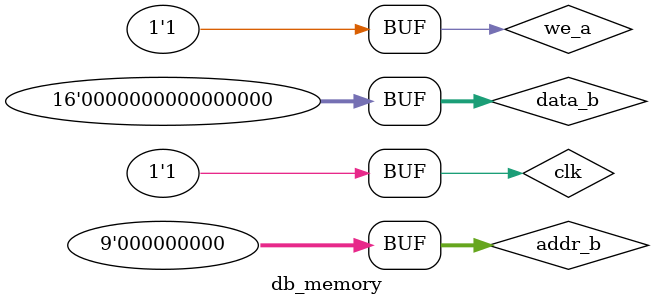
<source format=v>
`timescale 1ns / 1ps

module db_memory;

reg [15:0] data_a, data_b = 16'b0;
reg [8:0] addr_a, addr_b = 9'b0;
reg we_a, we_b, clk = 1'b 0;
wire [15:0] q_a, q_b;

Bram memory(data_a, data_b, addr_a, addr_b, we_a, we_b, clk, q_a, q_b);

initial begin
we_a = 1'b1; clk = 1; #10;
$monitor("%b", q_a);
end

endmodule

</source>
